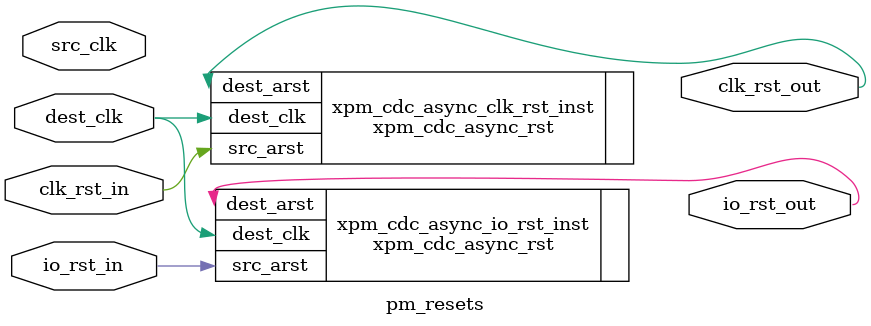
<source format=v>

`timescale 1ns/1ps
module pm_resets (
            //
            // AXI S slave - incoming data to be processed
            input wire src_clk,
            input wire dest_clk,

            input io_rst_in,
            input clk_rst_in,

            output io_rst_out,
            output clk_rst_out
        );

 xpm_cdc_async_rst #(
      .DEST_SYNC_FF(3),    // DECIMAL; range: 2-10
      .INIT_SYNC_FF(1),    // DECIMAL; 0=disable simulation init values, 1=enable simulation init values
      .RST_ACTIVE_HIGH(1)  // DECIMAL; 0=active low reset, 1=active high reset
   )
   xpm_cdc_async_io_rst_inst (
      .dest_arst(io_rst_out), // 1-bit output: src_arst asynchronous reset signal synchronized to destination
                             // clock domain. This output is registered. NOTE: Signal asserts asynchronously
                             // but deasserts synchronously to dest_clk. Width of the reset signal is at least
                             // (DEST_SYNC_FF*dest_clk) period.

      .dest_clk(dest_clk),   // 1-bit input: Destination clock.
      .src_arst(io_rst_in)    // 1-bit input: Source asynchronous reset signal.
   );

 xpm_cdc_async_rst #(
      .DEST_SYNC_FF(3),    // DECIMAL; range: 2-10
      .INIT_SYNC_FF(1),    // DECIMAL; 0=disable simulation init values, 1=enable simulation init values
      .RST_ACTIVE_HIGH(1)  // DECIMAL; 0=active low reset, 1=active high reset
   )
   xpm_cdc_async_clk_rst_inst (
      .dest_arst(clk_rst_out), // 1-bit output: src_arst asynchronous reset signal synchronized to destination
                             // clock domain. This output is registered. NOTE: Signal asserts asynchronously
                             // but deasserts synchronously to dest_clk. Width of the reset signal is at least
                             // (DEST_SYNC_FF*dest_clk) period.

      .dest_clk(dest_clk),   // 1-bit input: Destination clock.
      .src_arst(clk_rst_in)    // 1-bit input: Source asynchronous reset signal.
   );

   endmodule

</source>
